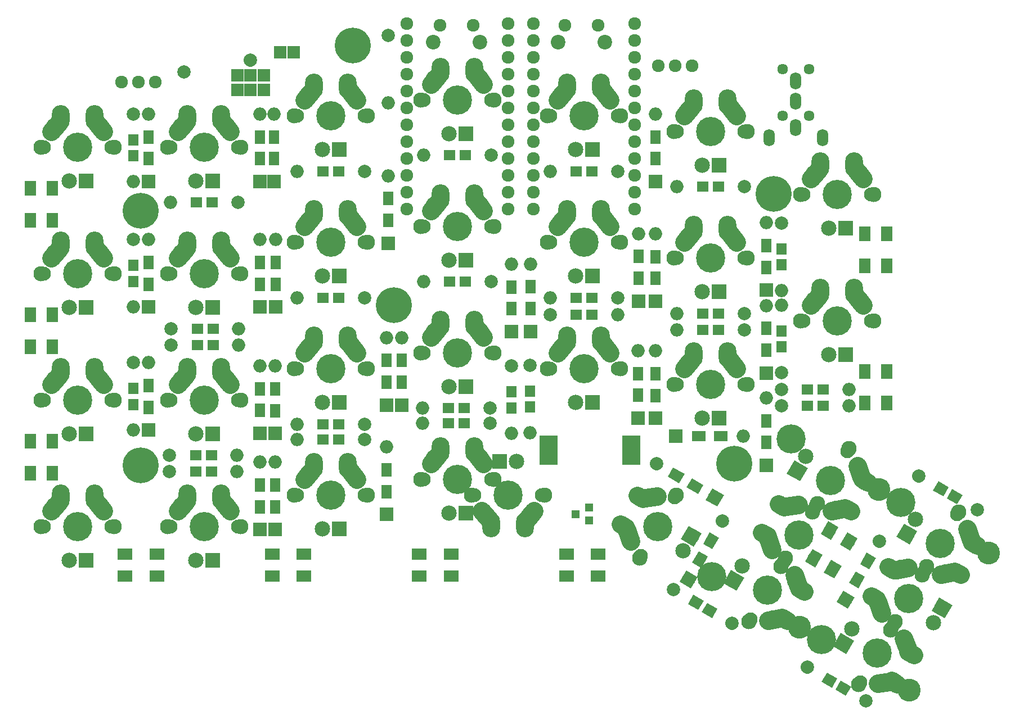
<source format=gbs>
G04 #@! TF.GenerationSoftware,KiCad,Pcbnew,(5.0.0)*
G04 #@! TF.CreationDate,2018-09-16T22:23:12+09:00*
G04 #@! TF.ProjectId,ergodash,6572676F646173682E6B696361645F70,2.0*
G04 #@! TF.SameCoordinates,Original*
G04 #@! TF.FileFunction,Soldermask,Bot*
G04 #@! TF.FilePolarity,Negative*
%FSLAX46Y46*%
G04 Gerber Fmt 4.6, Leading zero omitted, Abs format (unit mm)*
G04 Created by KiCad (PCBNEW (5.0.0)) date 09/16/18 22:23:12*
%MOMM*%
%LPD*%
G01*
G04 APERTURE LIST*
%ADD10C,1.600000*%
%ADD11C,0.100000*%
%ADD12C,2.000000*%
%ADD13C,2.000000*%
%ADD14R,2.000000X1.600000*%
%ADD15O,2.000000X2.000000*%
%ADD16R,2.000000X2.000000*%
%ADD17R,1.600000X2.000000*%
%ADD18R,1.800000X1.600000*%
%ADD19R,1.600000X1.800000*%
%ADD20C,4.387800*%
%ADD21C,3.448000*%
%ADD22R,1.800000X2.200000*%
%ADD23C,1.800000*%
%ADD24R,2.200000X1.800000*%
%ADD25C,2.305000*%
%ADD26R,1.924000X1.924000*%
%ADD27C,4.400000*%
%ADD28C,2.300000*%
%ADD29C,2.800000*%
%ADD30C,2.800000*%
%ADD31C,2.700000*%
%ADD32C,2.700000*%
%ADD33C,2.100000*%
%ADD34O,2.700000X3.737000*%
%ADD35R,1.300000X1.200000*%
%ADD36R,2.305000X2.305000*%
%ADD37C,1.924000*%
%ADD38C,5.400000*%
%ADD39C,2.200000*%
%ADD40R,2.800000X4.400000*%
%ADD41C,1.610000*%
%ADD42O,1.700000X2.600000*%
G04 APERTURE END LIST*
D10*
G04 #@! TO.C,D68*
X204290000Y-142173212D03*
D11*
G36*
X204482820Y-143439237D02*
X203097180Y-142639237D01*
X204097180Y-140907187D01*
X205482820Y-141707187D01*
X204482820Y-143439237D01*
X204482820Y-143439237D01*
G37*
D12*
X207645000Y-136362182D03*
D13*
X207645000Y-136362182D02*
X207645000Y-136362182D01*
D12*
X202565000Y-145161000D03*
D11*
G36*
X202931025Y-146527025D02*
X201198975Y-145527025D01*
X202198975Y-143794975D01*
X203931025Y-144794975D01*
X202931025Y-146527025D01*
X202931025Y-146527025D01*
G37*
D10*
X205920000Y-139349970D03*
D11*
G36*
X206112820Y-140615995D02*
X204727180Y-139815995D01*
X205727180Y-138083945D01*
X207112820Y-138883945D01*
X206112820Y-140615995D01*
X206112820Y-140615995D01*
G37*
G04 #@! TD*
D14*
G04 #@! TO.C,D1*
X180488000Y-120523000D03*
D15*
X187198000Y-120523000D03*
D16*
X177038000Y-120523000D03*
D14*
X183748000Y-120523000D03*
G04 #@! TD*
D10*
G04 #@! TO.C,D34*
X180668000Y-139125212D03*
D11*
G36*
X180860820Y-140391237D02*
X179475180Y-139591237D01*
X180475180Y-137859187D01*
X181860820Y-138659187D01*
X180860820Y-140391237D01*
X180860820Y-140391237D01*
G37*
D12*
X184023000Y-133314182D03*
D13*
X184023000Y-133314182D02*
X184023000Y-133314182D01*
D12*
X178943000Y-142113000D03*
D11*
G36*
X179309025Y-143479025D02*
X177576975Y-142479025D01*
X178576975Y-140746975D01*
X180309025Y-141746975D01*
X179309025Y-143479025D01*
X179309025Y-143479025D01*
G37*
D10*
X182298000Y-136301970D03*
D11*
G36*
X182490820Y-137567995D02*
X181105180Y-136767995D01*
X182105180Y-135035945D01*
X183490820Y-135835945D01*
X182490820Y-137567995D01*
X182490820Y-137567995D01*
G37*
G04 #@! TD*
D10*
G04 #@! TO.C,D33*
X179892212Y-128069000D03*
D11*
G36*
X181158237Y-127876180D02*
X180358237Y-129261820D01*
X178626187Y-128261820D01*
X179426187Y-126876180D01*
X181158237Y-127876180D01*
X181158237Y-127876180D01*
G37*
D12*
X174081182Y-124714000D03*
D13*
X174081182Y-124714000D02*
X174081182Y-124714000D01*
D12*
X182880000Y-129794000D03*
D11*
G36*
X184246025Y-129427975D02*
X183246025Y-131160025D01*
X181513975Y-130160025D01*
X182513975Y-128427975D01*
X184246025Y-129427975D01*
X184246025Y-129427975D01*
G37*
D10*
X177068970Y-126439000D03*
D11*
G36*
X178334995Y-126246180D02*
X177534995Y-127631820D01*
X175802945Y-126631820D01*
X176602945Y-125246180D01*
X178334995Y-126246180D01*
X178334995Y-126246180D01*
G37*
G04 #@! TD*
D17*
G04 #@! TO.C,D32*
X133477000Y-128884000D03*
D15*
X133477000Y-122174000D03*
D16*
X133477000Y-132334000D03*
D17*
X133477000Y-125624000D03*
G04 #@! TD*
G04 #@! TO.C,D31*
X116713000Y-131170000D03*
D15*
X116713000Y-124460000D03*
D16*
X116713000Y-134620000D03*
D17*
X116713000Y-127910000D03*
G04 #@! TD*
G04 #@! TO.C,D30*
X114427000Y-131170000D03*
D15*
X114427000Y-124460000D03*
D16*
X114427000Y-134620000D03*
D17*
X114427000Y-127910000D03*
G04 #@! TD*
G04 #@! TO.C,D29*
X97663000Y-116184000D03*
D15*
X97663000Y-109474000D03*
D16*
X97663000Y-119634000D03*
D17*
X97663000Y-112924000D03*
G04 #@! TD*
G04 #@! TO.C,D28*
X190627000Y-121497000D03*
D15*
X190627000Y-114787000D03*
D16*
X190627000Y-124947000D03*
D17*
X190627000Y-118237000D03*
G04 #@! TD*
G04 #@! TO.C,D27*
X190627000Y-107569000D03*
D15*
X190627000Y-100859000D03*
D16*
X190627000Y-111019000D03*
D17*
X190627000Y-104309000D03*
G04 #@! TD*
G04 #@! TO.C,D26*
X190627000Y-95102000D03*
D15*
X190627000Y-88392000D03*
D16*
X190627000Y-98552000D03*
D17*
X190627000Y-91842000D03*
G04 #@! TD*
G04 #@! TO.C,D24*
X173990000Y-114406000D03*
D15*
X173990000Y-107696000D03*
D16*
X173990000Y-117856000D03*
D17*
X173990000Y-111146000D03*
G04 #@! TD*
G04 #@! TO.C,D23*
X173990000Y-96774000D03*
D15*
X173990000Y-90064000D03*
D16*
X173990000Y-100224000D03*
D17*
X173990000Y-93514000D03*
G04 #@! TD*
G04 #@! TO.C,D22*
X173990000Y-78719000D03*
D15*
X173990000Y-72009000D03*
D16*
X173990000Y-82169000D03*
D17*
X173990000Y-75459000D03*
G04 #@! TD*
G04 #@! TO.C,D20*
X171323000Y-114385000D03*
D15*
X171323000Y-107675000D03*
D16*
X171323000Y-117835000D03*
D17*
X171323000Y-111125000D03*
G04 #@! TD*
G04 #@! TO.C,D15*
X152273000Y-101346000D03*
D15*
X152273000Y-94636000D03*
D16*
X152273000Y-104796000D03*
D17*
X152273000Y-98086000D03*
G04 #@! TD*
G04 #@! TO.C,D14*
X133731000Y-88011000D03*
D15*
X133731000Y-81301000D03*
D16*
X133731000Y-91461000D03*
D17*
X133731000Y-84751000D03*
G04 #@! TD*
G04 #@! TO.C,D12*
X133477000Y-112395000D03*
D15*
X133477000Y-105685000D03*
D16*
X133477000Y-115845000D03*
D17*
X133477000Y-109135000D03*
G04 #@! TD*
G04 #@! TO.C,D11*
X116840000Y-97642000D03*
D15*
X116840000Y-90932000D03*
D16*
X116840000Y-101092000D03*
D17*
X116840000Y-94382000D03*
G04 #@! TD*
G04 #@! TO.C,D10*
X116586000Y-78719000D03*
D15*
X116586000Y-72009000D03*
D16*
X116586000Y-82169000D03*
D17*
X116586000Y-75459000D03*
G04 #@! TD*
G04 #@! TO.C,D8*
X116713000Y-116692000D03*
D15*
X116713000Y-109982000D03*
D16*
X116713000Y-120142000D03*
D17*
X116713000Y-113432000D03*
G04 #@! TD*
G04 #@! TO.C,D7*
X114427000Y-97642000D03*
D15*
X114427000Y-90932000D03*
D16*
X114427000Y-101092000D03*
D17*
X114427000Y-94382000D03*
G04 #@! TD*
G04 #@! TO.C,D6*
X114427000Y-78719000D03*
D15*
X114427000Y-72009000D03*
D16*
X114427000Y-82169000D03*
D17*
X114427000Y-75459000D03*
G04 #@! TD*
G04 #@! TO.C,D4*
X114427000Y-116671000D03*
D15*
X114427000Y-109961000D03*
D16*
X114427000Y-120121000D03*
D17*
X114427000Y-113411000D03*
G04 #@! TD*
G04 #@! TO.C,D3*
X97663000Y-97642000D03*
D15*
X97663000Y-90932000D03*
D16*
X97663000Y-101092000D03*
D17*
X97663000Y-94382000D03*
G04 #@! TD*
G04 #@! TO.C,D2*
X97663000Y-78719000D03*
D15*
X97663000Y-72009000D03*
D16*
X97663000Y-82169000D03*
D17*
X97663000Y-75459000D03*
G04 #@! TD*
G04 #@! TO.C,D16*
X135763000Y-112395000D03*
D15*
X135763000Y-105685000D03*
D16*
X135763000Y-115845000D03*
D17*
X135763000Y-109135000D03*
G04 #@! TD*
G04 #@! TO.C,D18*
X155194000Y-101304000D03*
D15*
X155194000Y-94594000D03*
D16*
X155194000Y-104754000D03*
D17*
X155194000Y-98044000D03*
G04 #@! TD*
G04 #@! TO.C,D19*
X171450000Y-96732000D03*
D15*
X171450000Y-90022000D03*
D16*
X171450000Y-100182000D03*
D17*
X171450000Y-93472000D03*
G04 #@! TD*
D10*
G04 #@! TO.C,R39*
X200126070Y-157304000D03*
D11*
G36*
X201305493Y-157061180D02*
X200505493Y-158446820D01*
X198946647Y-157546820D01*
X199746647Y-156161180D01*
X201305493Y-157061180D01*
X201305493Y-157061180D01*
G37*
D12*
X205582030Y-160454000D03*
X196783212Y-155374000D03*
D13*
X196783212Y-155374000D02*
X196783212Y-155374000D01*
D10*
X202204531Y-158504000D03*
D11*
G36*
X203383954Y-158261180D02*
X202583954Y-159646820D01*
X201025108Y-158746820D01*
X201825108Y-157361180D01*
X203383954Y-158261180D01*
X203383954Y-158261180D01*
G37*
G04 #@! TD*
D18*
G04 #@! TO.C,R38*
X199213000Y-115951000D03*
D12*
X192913000Y-115951000D03*
D15*
X203073000Y-115951000D03*
D18*
X196813000Y-115951000D03*
G04 #@! TD*
D10*
G04 #@! TO.C,R37*
X216890070Y-128475000D03*
D11*
G36*
X218069493Y-128232180D02*
X217269493Y-129617820D01*
X215710647Y-128717820D01*
X216510647Y-127332180D01*
X218069493Y-128232180D01*
X218069493Y-128232180D01*
G37*
D12*
X222346030Y-131625000D03*
X213547212Y-126545000D03*
D13*
X213547212Y-126545000D02*
X213547212Y-126545000D01*
D10*
X218968531Y-129675000D03*
D11*
G36*
X220147954Y-129432180D02*
X219347954Y-130817820D01*
X217789108Y-129917820D01*
X218589108Y-128532180D01*
X220147954Y-129432180D01*
X220147954Y-129432180D01*
G37*
G04 #@! TD*
D18*
G04 #@! TO.C,R14*
X199213000Y-113538000D03*
D12*
X192913000Y-113538000D03*
D15*
X203073000Y-113538000D03*
D18*
X196813000Y-113538000D03*
G04 #@! TD*
G04 #@! TO.C,R36*
X142798000Y-118618000D03*
D12*
X149098000Y-118618000D03*
D15*
X138938000Y-118618000D03*
D18*
X145198000Y-118618000D03*
G04 #@! TD*
G04 #@! TO.C,R35*
X123875000Y-121031000D03*
D12*
X130175000Y-121031000D03*
D15*
X120015000Y-121031000D03*
D18*
X126275000Y-121031000D03*
G04 #@! TD*
G04 #@! TO.C,R34*
X107138000Y-125857000D03*
D12*
X100838000Y-125857000D03*
D15*
X110998000Y-125857000D03*
D18*
X104738000Y-125857000D03*
G04 #@! TD*
G04 #@! TO.C,R33*
X107138000Y-123444000D03*
D12*
X100838000Y-123444000D03*
D15*
X110998000Y-123444000D03*
D18*
X104738000Y-123444000D03*
G04 #@! TD*
D10*
G04 #@! TO.C,R32*
X182112960Y-146787000D03*
D11*
G36*
X180933537Y-147029820D02*
X181733537Y-145644180D01*
X183292383Y-146544180D01*
X182492383Y-147929820D01*
X180933537Y-147029820D01*
X180933537Y-147029820D01*
G37*
D12*
X176657000Y-143637000D03*
X185455818Y-148717000D03*
D13*
X185455818Y-148717000D02*
X185455818Y-148717000D01*
D10*
X180034499Y-145587000D03*
D11*
G36*
X178855076Y-145829820D02*
X179655076Y-144444180D01*
X181213922Y-145344180D01*
X180413922Y-146729820D01*
X178855076Y-145829820D01*
X178855076Y-145829820D01*
G37*
G04 #@! TD*
D18*
G04 #@! TO.C,R31*
X181025000Y-104521000D03*
D12*
X187325000Y-104521000D03*
D15*
X177165000Y-104521000D03*
D18*
X183425000Y-104521000D03*
G04 #@! TD*
G04 #@! TO.C,R30*
X164415000Y-102235000D03*
D12*
X158115000Y-102235000D03*
D15*
X168275000Y-102235000D03*
D18*
X162015000Y-102235000D03*
G04 #@! TD*
G04 #@! TO.C,R29*
X142798000Y-116332000D03*
D12*
X149098000Y-116332000D03*
D15*
X138938000Y-116332000D03*
D18*
X145198000Y-116332000D03*
G04 #@! TD*
G04 #@! TO.C,R28*
X123875000Y-118745000D03*
D12*
X130175000Y-118745000D03*
D15*
X120015000Y-118745000D03*
D18*
X126275000Y-118745000D03*
G04 #@! TD*
D19*
G04 #@! TO.C,R27*
X95377000Y-115753000D03*
D12*
X95377000Y-109453000D03*
D15*
X95377000Y-119613000D03*
D19*
X95377000Y-113353000D03*
G04 #@! TD*
D18*
G04 #@! TO.C,R26*
X107392000Y-106807000D03*
D12*
X101092000Y-106807000D03*
D15*
X111252000Y-106807000D03*
D18*
X104992000Y-106807000D03*
G04 #@! TD*
D19*
G04 #@! TO.C,R25*
X192913000Y-104698000D03*
D12*
X192913000Y-110998000D03*
D15*
X192913000Y-100838000D03*
D19*
X192913000Y-107098000D03*
G04 #@! TD*
D18*
G04 #@! TO.C,R24*
X181025000Y-102108000D03*
D12*
X187325000Y-102108000D03*
D15*
X177165000Y-102108000D03*
D18*
X183425000Y-102108000D03*
G04 #@! TD*
G04 #@! TO.C,R23*
X161975000Y-99695000D03*
D12*
X168275000Y-99695000D03*
D15*
X158115000Y-99695000D03*
D18*
X164375000Y-99695000D03*
G04 #@! TD*
G04 #@! TO.C,R22*
X142925000Y-97282000D03*
D12*
X149225000Y-97282000D03*
D15*
X139065000Y-97282000D03*
D18*
X145325000Y-97282000D03*
G04 #@! TD*
G04 #@! TO.C,R21*
X123875000Y-99695000D03*
D12*
X130175000Y-99695000D03*
D15*
X120015000Y-99695000D03*
D18*
X126275000Y-99695000D03*
G04 #@! TD*
G04 #@! TO.C,R20*
X107392000Y-104394000D03*
D12*
X101092000Y-104394000D03*
D15*
X111252000Y-104394000D03*
D18*
X104992000Y-104394000D03*
G04 #@! TD*
D19*
G04 #@! TO.C,R19*
X95377000Y-97232000D03*
D12*
X95377000Y-90932000D03*
D15*
X95377000Y-101092000D03*
D19*
X95377000Y-94832000D03*
G04 #@! TD*
G04 #@! TO.C,R18*
X192913000Y-94713000D03*
D12*
X192913000Y-88413000D03*
D15*
X192913000Y-98573000D03*
D19*
X192913000Y-92313000D03*
G04 #@! TD*
D18*
G04 #@! TO.C,R16*
X161975000Y-80645000D03*
D12*
X168275000Y-80645000D03*
D15*
X158115000Y-80645000D03*
D18*
X164375000Y-80645000D03*
G04 #@! TD*
G04 #@! TO.C,R15*
X142925000Y-78232000D03*
D12*
X149225000Y-78232000D03*
D15*
X139065000Y-78232000D03*
D18*
X145325000Y-78232000D03*
G04 #@! TD*
G04 #@! TO.C,R12*
X123875000Y-80645000D03*
D12*
X130175000Y-80645000D03*
D15*
X120015000Y-80645000D03*
D18*
X126275000Y-80645000D03*
G04 #@! TD*
G04 #@! TO.C,R11*
X104825000Y-85344000D03*
D12*
X111125000Y-85344000D03*
D15*
X100965000Y-85344000D03*
D18*
X107225000Y-85344000D03*
G04 #@! TD*
D19*
G04 #@! TO.C,R10*
X95377000Y-78309000D03*
D12*
X95377000Y-72009000D03*
D15*
X95377000Y-82169000D03*
D19*
X95377000Y-75909000D03*
G04 #@! TD*
G04 #@! TO.C,R13*
X152273000Y-116261000D03*
D12*
X152273000Y-109961000D03*
D15*
X152273000Y-120121000D03*
D19*
X152273000Y-113861000D03*
G04 #@! TD*
D18*
G04 #@! TO.C,R17*
X181025000Y-82931000D03*
D12*
X187325000Y-82931000D03*
D15*
X177165000Y-82931000D03*
D18*
X183425000Y-82931000D03*
G04 #@! TD*
D19*
G04 #@! TO.C,R3*
X155067000Y-116155000D03*
D12*
X155067000Y-109855000D03*
D15*
X155067000Y-120015000D03*
D19*
X155067000Y-113755000D03*
G04 #@! TD*
D20*
G04 #@! TO.C,*
X182434460Y-141662361D03*
X194372460Y-120985139D03*
D21*
X195632687Y-149282361D03*
X207570687Y-128605139D03*
G04 #@! TD*
D22*
G04 #@! TO.C,LED11*
X205487000Y-90056000D03*
X208787000Y-90056000D03*
X208787000Y-94856000D03*
X205487000Y-94856000D03*
G04 #@! TD*
G04 #@! TO.C,LED10*
X205487000Y-110757000D03*
X208787000Y-110757000D03*
X208787000Y-115557000D03*
X205487000Y-115557000D03*
G04 #@! TD*
D23*
G04 #@! TO.C,LED9*
X200177058Y-134764539D03*
D11*
G36*
X201506481Y-134261911D02*
X200406481Y-136167167D01*
X198847635Y-135267167D01*
X199947635Y-133361911D01*
X201506481Y-134261911D01*
X201506481Y-134261911D01*
G37*
D23*
X203034942Y-136414539D03*
D11*
G36*
X204364365Y-135911911D02*
X203264365Y-137817167D01*
X201705519Y-136917167D01*
X202805519Y-135011911D01*
X204364365Y-135911911D01*
X204364365Y-135911911D01*
G37*
D23*
X200634942Y-140571461D03*
D11*
G36*
X201964365Y-140068833D02*
X200864365Y-141974089D01*
X199305519Y-141074089D01*
X200405519Y-139168833D01*
X201964365Y-140068833D01*
X201964365Y-140068833D01*
G37*
D23*
X197777058Y-138921461D03*
D11*
G36*
X199106481Y-138418833D02*
X198006481Y-140324089D01*
X196447635Y-139424089D01*
X197547635Y-137518833D01*
X199106481Y-138418833D01*
X199106481Y-138418833D01*
G37*
G04 #@! TD*
D24*
G04 #@! TO.C,LED8*
X165341000Y-138304000D03*
X165341000Y-141604000D03*
X160541000Y-141604000D03*
X160541000Y-138304000D03*
G04 #@! TD*
G04 #@! TO.C,LED7*
X143200667Y-138304000D03*
X143200667Y-141604000D03*
X138400667Y-141604000D03*
X138400667Y-138304000D03*
G04 #@! TD*
G04 #@! TO.C,LED6*
X121060333Y-138304000D03*
X121060333Y-141604000D03*
X116260333Y-141604000D03*
X116260333Y-138304000D03*
G04 #@! TD*
G04 #@! TO.C,LED5*
X98920000Y-138304000D03*
X98920000Y-141604000D03*
X94120000Y-141604000D03*
X94120000Y-138304000D03*
G04 #@! TD*
D22*
G04 #@! TO.C,LED4*
X83184000Y-126098000D03*
X79884000Y-126098000D03*
X79884000Y-121298000D03*
X83184000Y-121298000D03*
G04 #@! TD*
G04 #@! TO.C,LED3*
X83184000Y-107048000D03*
X79884000Y-107048000D03*
X79884000Y-102248000D03*
X83184000Y-102248000D03*
G04 #@! TD*
G04 #@! TO.C,LED2*
X83184000Y-87998000D03*
X79884000Y-87998000D03*
X79884000Y-83198000D03*
X83184000Y-83198000D03*
G04 #@! TD*
D25*
G04 #@! TO.C,D73*
X215814909Y-148616152D03*
X217084909Y-146416448D03*
D11*
G36*
X217506753Y-147990792D02*
X215510565Y-146838292D01*
X216663065Y-144842104D01*
X218659253Y-145994604D01*
X217506753Y-147990792D01*
X217506753Y-147990792D01*
G37*
G04 #@! TD*
D25*
G04 #@! TO.C,D72*
X203523591Y-149585498D03*
X202253591Y-151785202D03*
D11*
G36*
X201831747Y-150210858D02*
X203827935Y-151363358D01*
X202675435Y-153359546D01*
X200679247Y-152207046D01*
X201831747Y-150210858D01*
X201831747Y-150210858D01*
G37*
G04 #@! TD*
D25*
G04 #@! TO.C,D71*
X187025591Y-140060448D03*
X185755591Y-142260152D03*
D11*
G36*
X185333747Y-140685808D02*
X187329935Y-141838308D01*
X186177435Y-143834496D01*
X184181247Y-142681996D01*
X185333747Y-140685808D01*
X185333747Y-140685808D01*
G37*
G04 #@! TD*
D25*
G04 #@! TO.C,D70*
X213048591Y-133087498D03*
X211778591Y-135287202D03*
D11*
G36*
X211356747Y-133712858D02*
X213352935Y-134865358D01*
X212200435Y-136861546D01*
X210204247Y-135709046D01*
X211356747Y-133712858D01*
X211356747Y-133712858D01*
G37*
G04 #@! TD*
D25*
G04 #@! TO.C,D69*
X196550591Y-123562448D03*
X195280591Y-125762152D03*
D11*
G36*
X194858747Y-124187808D02*
X196854935Y-125340308D01*
X195702435Y-127336496D01*
X193706247Y-126183996D01*
X194858747Y-124187808D01*
X194858747Y-124187808D01*
G37*
G04 #@! TD*
D26*
G04 #@! TO.C,J5*
X115030000Y-68368000D03*
X113030000Y-68368000D03*
X111030000Y-68368000D03*
G04 #@! TD*
G04 #@! TO.C,J4*
X115030000Y-66209000D03*
X113030000Y-66209000D03*
X111030000Y-66209000D03*
G04 #@! TD*
D27*
G04 #@! TO.C,SW41*
X207288000Y-153225350D03*
D28*
X210038000Y-148462210D03*
X204538000Y-157988490D03*
D29*
X211632119Y-151853578D03*
D30*
X211324301Y-151007855D02*
X211939937Y-152699301D01*
D29*
X208272070Y-157673353D03*
D30*
X209158397Y-157517070D02*
X207385743Y-157829636D01*
D31*
X209925114Y-157657734D03*
D32*
X210374148Y-157916984D02*
X209476080Y-157398484D01*
D31*
X212445114Y-153292966D03*
D32*
X212894148Y-153552216D02*
X211996080Y-153033716D01*
D33*
X204748000Y-157624759D03*
X209828000Y-148825941D03*
G04 #@! TD*
D27*
G04 #@! TO.C,SW40*
X212050500Y-144976300D03*
D28*
X209300500Y-149739440D03*
X214800500Y-140213160D03*
D29*
X207706381Y-146348072D03*
D30*
X208014199Y-147193795D02*
X207398563Y-145502349D01*
D29*
X211066430Y-140528297D03*
D30*
X210180103Y-140684580D02*
X211952757Y-140372014D01*
D31*
X209413386Y-140543916D03*
D32*
X208964352Y-140284666D02*
X209862420Y-140803166D01*
D31*
X206893386Y-144908684D03*
D32*
X206444352Y-144649434D02*
X207342420Y-145167934D01*
D33*
X214590500Y-140576891D03*
X209510500Y-149375709D03*
G04 #@! TD*
D27*
G04 #@! TO.C,SW39*
X216813000Y-136727350D03*
D28*
X219563000Y-131964210D03*
X214063000Y-141490490D03*
D29*
X221157119Y-135355578D03*
D30*
X220849301Y-134509855D02*
X221464937Y-136201301D01*
D29*
X217797070Y-141175353D03*
D30*
X218683397Y-141019070D02*
X216910743Y-141331636D01*
D31*
X219450114Y-141159734D03*
D32*
X219899148Y-141418984D02*
X219001080Y-140900484D01*
D31*
X221970114Y-136794966D03*
D32*
X222419148Y-137054216D02*
X221521080Y-136535716D01*
D33*
X214273000Y-141126759D03*
X219353000Y-132327941D03*
G04 #@! TD*
D27*
G04 #@! TO.C,SW36*
X195552500Y-135451250D03*
D28*
X192802500Y-140214390D03*
X198302500Y-130688110D03*
D29*
X191208381Y-136823022D03*
D30*
X191516199Y-137668745D02*
X190900563Y-135977299D01*
D29*
X194568430Y-131003247D03*
D30*
X193682103Y-131159530D02*
X195454757Y-130846964D01*
D31*
X192915386Y-131018866D03*
D32*
X192466352Y-130759616D02*
X193364420Y-131278116D01*
D31*
X190395386Y-135383634D03*
D32*
X189946352Y-135124384D02*
X190844420Y-135642884D01*
D33*
X198092500Y-131051841D03*
X193012500Y-139850659D03*
G04 #@! TD*
D27*
G04 #@! TO.C,SW35*
X190790000Y-143700300D03*
D28*
X193540000Y-138937160D03*
X188040000Y-148463440D03*
D29*
X195134119Y-142328528D03*
D30*
X194826301Y-141482805D02*
X195441937Y-143174251D01*
D29*
X191774070Y-148148303D03*
D30*
X192660397Y-147992020D02*
X190887743Y-148304586D01*
D31*
X193427114Y-148132684D03*
D32*
X193876148Y-148391934D02*
X192978080Y-147873434D01*
D31*
X195947114Y-143767916D03*
D32*
X196396148Y-144027166D02*
X195498080Y-143508666D01*
D33*
X188250000Y-148099709D03*
X193330000Y-139300891D03*
G04 #@! TD*
D27*
G04 #@! TO.C,SW32*
X125095000Y-129413000D03*
D28*
X130595000Y-129413000D03*
X119595000Y-129413000D03*
D29*
X128455049Y-126336769D03*
D30*
X129033558Y-127026209D02*
X127876540Y-125647329D01*
D29*
X121734951Y-126336769D03*
D30*
X122313460Y-125647329D02*
X121156442Y-127026209D01*
D34*
X122575000Y-124913000D03*
X127615000Y-124913000D03*
D33*
X120015000Y-129413000D03*
X130175000Y-129413000D03*
G04 #@! TD*
D27*
G04 #@! TO.C,SW31*
X106045000Y-134175500D03*
D28*
X100545000Y-134175500D03*
X111545000Y-134175500D03*
D29*
X102684951Y-131099269D03*
D30*
X102106442Y-131788709D02*
X103263460Y-130409829D01*
D29*
X109405049Y-131099269D03*
D30*
X108826540Y-130409829D02*
X109983558Y-131788709D01*
D34*
X108565000Y-129675500D03*
X103525000Y-129675500D03*
D33*
X111125000Y-134175500D03*
X100965000Y-134175500D03*
G04 #@! TD*
D27*
G04 #@! TO.C,SW30*
X86995000Y-134175500D03*
D28*
X92495000Y-134175500D03*
X81495000Y-134175500D03*
D29*
X90355049Y-131099269D03*
D30*
X90933558Y-131788709D02*
X89776540Y-130409829D01*
D29*
X83634951Y-131099269D03*
D30*
X84213460Y-130409829D02*
X83056442Y-131788709D01*
D34*
X84475000Y-129675500D03*
X89515000Y-129675500D03*
D33*
X81915000Y-134175500D03*
X92075000Y-134175500D03*
G04 #@! TD*
D27*
G04 #@! TO.C,SW28*
X200315000Y-127202300D03*
D28*
X203065000Y-122439160D03*
X197565000Y-131965440D03*
D29*
X204659119Y-125830528D03*
D30*
X204351301Y-124984805D02*
X204966937Y-126676251D01*
D29*
X201299070Y-131650303D03*
D30*
X202185397Y-131494020D02*
X200412743Y-131806586D01*
D31*
X202952114Y-131634684D03*
D32*
X203401148Y-131893934D02*
X202503080Y-131375434D01*
D31*
X205472114Y-127269916D03*
D32*
X205921148Y-127529166D02*
X205023080Y-127010666D01*
D33*
X197775000Y-131601709D03*
X202855000Y-122802891D03*
G04 #@! TD*
D27*
G04 #@! TO.C,SW26*
X201295000Y-84169250D03*
D28*
X195795000Y-84169250D03*
X206795000Y-84169250D03*
D29*
X197934951Y-81093019D03*
D30*
X197356442Y-81782459D02*
X198513460Y-80403579D01*
D29*
X204655049Y-81093019D03*
D30*
X204076540Y-80403579D02*
X205233558Y-81782459D01*
D34*
X203815000Y-79669250D03*
X198775000Y-79669250D03*
D33*
X206375000Y-84169250D03*
X196215000Y-84169250D03*
G04 #@! TD*
D27*
G04 #@! TO.C,SW24*
X182245000Y-112744250D03*
D28*
X187745000Y-112744250D03*
X176745000Y-112744250D03*
D29*
X185605049Y-109668019D03*
D30*
X186183558Y-110357459D02*
X185026540Y-108978579D01*
D29*
X178884951Y-109668019D03*
D30*
X179463460Y-108978579D02*
X178306442Y-110357459D01*
D34*
X179725000Y-108244250D03*
X184765000Y-108244250D03*
D33*
X177165000Y-112744250D03*
X187325000Y-112744250D03*
G04 #@! TD*
D27*
G04 #@! TO.C,SW22*
X182245000Y-74644250D03*
D28*
X187745000Y-74644250D03*
X176745000Y-74644250D03*
D29*
X185605049Y-71568019D03*
D30*
X186183558Y-72257459D02*
X185026540Y-70878579D01*
D29*
X178884951Y-71568019D03*
D30*
X179463460Y-70878579D02*
X178306442Y-72257459D01*
D34*
X179725000Y-70144250D03*
X184765000Y-70144250D03*
D33*
X177165000Y-74644250D03*
X187325000Y-74644250D03*
G04 #@! TD*
D27*
G04 #@! TO.C,SW20*
X163195000Y-110363000D03*
D28*
X157695000Y-110363000D03*
X168695000Y-110363000D03*
D29*
X159834951Y-107286769D03*
D30*
X159256442Y-107976209D02*
X160413460Y-106597329D01*
D29*
X166555049Y-107286769D03*
D30*
X165976540Y-106597329D02*
X167133558Y-107976209D01*
D34*
X165715000Y-105863000D03*
X160675000Y-105863000D03*
D33*
X168275000Y-110363000D03*
X158115000Y-110363000D03*
G04 #@! TD*
D27*
G04 #@! TO.C,SW18*
X163195000Y-72263000D03*
D28*
X157695000Y-72263000D03*
X168695000Y-72263000D03*
D29*
X159834951Y-69186769D03*
D30*
X159256442Y-69876209D02*
X160413460Y-68497329D01*
D29*
X166555049Y-69186769D03*
D30*
X165976540Y-68497329D02*
X167133558Y-69876209D01*
D34*
X165715000Y-67763000D03*
X160675000Y-67763000D03*
D33*
X168275000Y-72263000D03*
X158115000Y-72263000D03*
G04 #@! TD*
D27*
G04 #@! TO.C,SW16*
X144145000Y-107981750D03*
D28*
X138645000Y-107981750D03*
X149645000Y-107981750D03*
D29*
X140784951Y-104905519D03*
D30*
X140206442Y-105594959D02*
X141363460Y-104216079D01*
D29*
X147505049Y-104905519D03*
D30*
X146926540Y-104216079D02*
X148083558Y-105594959D01*
D34*
X146665000Y-103481750D03*
X141625000Y-103481750D03*
D33*
X149225000Y-107981750D03*
X139065000Y-107981750D03*
G04 #@! TD*
D27*
G04 #@! TO.C,SW14*
X144145000Y-69881750D03*
D28*
X138645000Y-69881750D03*
X149645000Y-69881750D03*
D29*
X140784951Y-66805519D03*
D30*
X140206442Y-67494959D02*
X141363460Y-66116079D01*
D29*
X147505049Y-66805519D03*
D30*
X146926540Y-66116079D02*
X148083558Y-67494959D01*
D34*
X146665000Y-65381750D03*
X141625000Y-65381750D03*
D33*
X149225000Y-69881750D03*
X139065000Y-69881750D03*
G04 #@! TD*
D27*
G04 #@! TO.C,SW8*
X106045000Y-115125500D03*
D28*
X100545000Y-115125500D03*
X111545000Y-115125500D03*
D29*
X102684951Y-112049269D03*
D30*
X102106442Y-112738709D02*
X103263460Y-111359829D01*
D29*
X109405049Y-112049269D03*
D30*
X108826540Y-111359829D02*
X109983558Y-112738709D01*
D34*
X108565000Y-110625500D03*
X103525000Y-110625500D03*
D33*
X111125000Y-115125500D03*
X100965000Y-115125500D03*
G04 #@! TD*
D27*
G04 #@! TO.C,SW7*
X106045000Y-96075500D03*
D28*
X100545000Y-96075500D03*
X111545000Y-96075500D03*
D29*
X102684951Y-92999269D03*
D30*
X102106442Y-93688709D02*
X103263460Y-92309829D01*
D29*
X109405049Y-92999269D03*
D30*
X108826540Y-92309829D02*
X109983558Y-93688709D01*
D34*
X108565000Y-91575500D03*
X103525000Y-91575500D03*
D33*
X111125000Y-96075500D03*
X100965000Y-96075500D03*
G04 #@! TD*
D27*
G04 #@! TO.C,SW6*
X106045000Y-77025500D03*
D28*
X100545000Y-77025500D03*
X111545000Y-77025500D03*
D29*
X102684951Y-73949269D03*
D30*
X102106442Y-74638709D02*
X103263460Y-73259829D01*
D29*
X109405049Y-73949269D03*
D30*
X108826540Y-73259829D02*
X109983558Y-74638709D01*
D34*
X108565000Y-72525500D03*
X103525000Y-72525500D03*
D33*
X111125000Y-77025500D03*
X100965000Y-77025500D03*
G04 #@! TD*
D27*
G04 #@! TO.C,SW3*
X86995000Y-96075500D03*
D28*
X92495000Y-96075500D03*
X81495000Y-96075500D03*
D29*
X90355049Y-92999269D03*
D30*
X90933558Y-93688709D02*
X89776540Y-92309829D01*
D29*
X83634951Y-92999269D03*
D30*
X84213460Y-92309829D02*
X83056442Y-93688709D01*
D34*
X84475000Y-91575500D03*
X89515000Y-91575500D03*
D33*
X81915000Y-96075500D03*
X92075000Y-96075500D03*
G04 #@! TD*
D35*
G04 #@! TO.C,Q1*
X163957000Y-133223000D03*
X163957000Y-131323000D03*
X161957000Y-132273000D03*
G04 #@! TD*
D25*
G04 #@! TO.C,D67*
X153035000Y-124333000D03*
D36*
X150495000Y-124333000D03*
G04 #@! TD*
D37*
G04 #@! TO.C,U3*
X136525000Y-58420000D03*
X136525000Y-60960000D03*
X136525000Y-63500000D03*
X136525000Y-66040000D03*
X136525000Y-68580000D03*
X136525000Y-71120000D03*
X136525000Y-73660000D03*
X136525000Y-76200000D03*
X136525000Y-78740000D03*
X136525000Y-81280000D03*
X136525000Y-83820000D03*
X136525000Y-86360000D03*
X151765000Y-86360000D03*
X151765000Y-83820000D03*
X151765000Y-81280000D03*
X151765000Y-78740000D03*
X151765000Y-76200000D03*
X151765000Y-73660000D03*
X151765000Y-71120000D03*
X151765000Y-68580000D03*
X151765000Y-66040000D03*
X151765000Y-63500000D03*
X151765000Y-60960000D03*
X151765000Y-58420000D03*
G04 #@! TD*
D25*
G04 #@! TO.C,D66*
X142875000Y-132111750D03*
D36*
X145415000Y-132111750D03*
G04 #@! TD*
D25*
G04 #@! TO.C,D65*
X123825000Y-134493000D03*
D36*
X126365000Y-134493000D03*
G04 #@! TD*
D25*
G04 #@! TO.C,D64*
X104775000Y-139255500D03*
D36*
X107315000Y-139255500D03*
G04 #@! TD*
D25*
G04 #@! TO.C,D63*
X85725000Y-139255500D03*
D36*
X88265000Y-139255500D03*
G04 #@! TD*
D25*
G04 #@! TO.C,D62*
X178056409Y-137815102D03*
X179326409Y-135615398D03*
D11*
G36*
X179748253Y-137189742D02*
X177752065Y-136037242D01*
X178904565Y-134041054D01*
X180900753Y-135193554D01*
X179748253Y-137189742D01*
X179748253Y-137189742D01*
G37*
G04 #@! TD*
D25*
G04 #@! TO.C,D61*
X180975000Y-117824250D03*
D36*
X183515000Y-117824250D03*
G04 #@! TD*
D25*
G04 #@! TO.C,D60*
X161925000Y-115443000D03*
D36*
X164465000Y-115443000D03*
G04 #@! TD*
D25*
G04 #@! TO.C,D59*
X142875000Y-113061750D03*
D36*
X145415000Y-113061750D03*
G04 #@! TD*
D25*
G04 #@! TO.C,D58*
X123825000Y-115443000D03*
D36*
X126365000Y-115443000D03*
G04 #@! TD*
D25*
G04 #@! TO.C,D57*
X104775000Y-120205500D03*
D36*
X107315000Y-120205500D03*
G04 #@! TD*
D25*
G04 #@! TO.C,D56*
X85725000Y-120205500D03*
D36*
X88265000Y-120205500D03*
G04 #@! TD*
D25*
G04 #@! TO.C,D55*
X200025000Y-108299250D03*
D36*
X202565000Y-108299250D03*
G04 #@! TD*
D25*
G04 #@! TO.C,D54*
X180975000Y-98774250D03*
D36*
X183515000Y-98774250D03*
G04 #@! TD*
D25*
G04 #@! TO.C,D53*
X161925000Y-96393000D03*
D36*
X164465000Y-96393000D03*
G04 #@! TD*
D25*
G04 #@! TO.C,D52*
X142875000Y-94011750D03*
D36*
X145415000Y-94011750D03*
G04 #@! TD*
D25*
G04 #@! TO.C,D51*
X123825000Y-96393000D03*
D36*
X126365000Y-96393000D03*
G04 #@! TD*
D25*
G04 #@! TO.C,D50*
X104775000Y-101155500D03*
D36*
X107315000Y-101155500D03*
G04 #@! TD*
D25*
G04 #@! TO.C,D49*
X85725000Y-101155500D03*
D36*
X88265000Y-101155500D03*
G04 #@! TD*
D25*
G04 #@! TO.C,D48*
X200025000Y-89249250D03*
D36*
X202565000Y-89249250D03*
G04 #@! TD*
D25*
G04 #@! TO.C,D47*
X180975000Y-79724250D03*
D36*
X183515000Y-79724250D03*
G04 #@! TD*
D25*
G04 #@! TO.C,D46*
X161925000Y-77343000D03*
D36*
X164465000Y-77343000D03*
G04 #@! TD*
D25*
G04 #@! TO.C,D45*
X142875000Y-74961750D03*
D36*
X145415000Y-74961750D03*
G04 #@! TD*
D25*
G04 #@! TO.C,D44*
X123825000Y-77343000D03*
D36*
X126365000Y-77343000D03*
G04 #@! TD*
D25*
G04 #@! TO.C,D43*
X104775000Y-82105500D03*
D36*
X107315000Y-82105500D03*
G04 #@! TD*
D25*
G04 #@! TO.C,D42*
X85725000Y-82105500D03*
D36*
X88265000Y-82105500D03*
G04 #@! TD*
D38*
G04 #@! TO.C,U9*
X128397000Y-61722000D03*
G04 #@! TD*
D37*
G04 #@! TO.C,J3*
X176911000Y-64770000D03*
X174411000Y-64770000D03*
X179411000Y-64770000D03*
G04 #@! TD*
G04 #@! TO.C,J2*
X96139000Y-67183000D03*
X93639000Y-67183000D03*
X98639000Y-67183000D03*
G04 #@! TD*
D26*
G04 #@! TO.C,W1*
X119491000Y-62738000D03*
X117491000Y-62738000D03*
G04 #@! TD*
D38*
G04 #@! TO.C,U7*
X96520000Y-124968000D03*
G04 #@! TD*
G04 #@! TO.C,U5*
X96520000Y-86614000D03*
G04 #@! TD*
G04 #@! TO.C,U4*
X185801000Y-124714000D03*
G04 #@! TD*
G04 #@! TO.C,U2*
X191770000Y-84074000D03*
G04 #@! TD*
G04 #@! TO.C,U1*
X134620000Y-100838000D03*
G04 #@! TD*
D27*
G04 #@! TO.C,SW4*
X86995000Y-115125500D03*
D28*
X92495000Y-115125500D03*
X81495000Y-115125500D03*
D29*
X90355049Y-112049269D03*
D30*
X90933558Y-112738709D02*
X89776540Y-111359829D01*
D29*
X83634951Y-112049269D03*
D30*
X84213460Y-111359829D02*
X83056442Y-112738709D01*
D34*
X84475000Y-110625500D03*
X89515000Y-110625500D03*
D33*
X81915000Y-115125500D03*
X92075000Y-115125500D03*
G04 #@! TD*
D27*
G04 #@! TO.C,SW11*
X125095000Y-91313000D03*
D28*
X119595000Y-91313000D03*
X130595000Y-91313000D03*
D29*
X121734951Y-88236769D03*
D30*
X121156442Y-88926209D02*
X122313460Y-87547329D01*
D29*
X128455049Y-88236769D03*
D30*
X127876540Y-87547329D02*
X129033558Y-88926209D01*
D34*
X127615000Y-86813000D03*
X122575000Y-86813000D03*
D33*
X130175000Y-91313000D03*
X120015000Y-91313000D03*
G04 #@! TD*
D27*
G04 #@! TO.C,SW12*
X125095000Y-110363000D03*
D28*
X119595000Y-110363000D03*
X130595000Y-110363000D03*
D29*
X121734951Y-107286769D03*
D30*
X121156442Y-107976209D02*
X122313460Y-106597329D01*
D29*
X128455049Y-107286769D03*
D30*
X127876540Y-106597329D02*
X129033558Y-107976209D01*
D34*
X127615000Y-105863000D03*
X122575000Y-105863000D03*
D33*
X130175000Y-110363000D03*
X120015000Y-110363000D03*
G04 #@! TD*
D27*
G04 #@! TO.C,SW33*
X144145000Y-127031750D03*
D28*
X149645000Y-127031750D03*
X138645000Y-127031750D03*
D29*
X147505049Y-123955519D03*
D30*
X148083558Y-124644959D02*
X146926540Y-123266079D01*
D29*
X140784951Y-123955519D03*
D30*
X141363460Y-123266079D02*
X140206442Y-124644959D01*
D34*
X141625000Y-122531750D03*
X146665000Y-122531750D03*
D33*
X139065000Y-127031750D03*
X149225000Y-127031750D03*
G04 #@! TD*
D39*
G04 #@! TO.C,SW37*
X140518000Y-61174000D03*
X147518000Y-61174000D03*
D37*
X141518000Y-58674000D03*
X146518000Y-58674000D03*
G04 #@! TD*
D39*
G04 #@! TO.C,SW29*
X166314000Y-61174000D03*
X159314000Y-61174000D03*
D37*
X165314000Y-58674000D03*
X160314000Y-58674000D03*
G04 #@! TD*
D27*
G04 #@! TO.C,SW38*
X151765000Y-129413000D03*
D28*
X157265000Y-129413000D03*
X146265000Y-129413000D03*
D29*
X155125049Y-132489231D03*
D30*
X155703558Y-131799791D02*
X154546540Y-133178671D01*
D29*
X148404951Y-132489231D03*
D30*
X148983460Y-133178671D02*
X147826442Y-131799791D01*
D34*
X149245000Y-133913000D03*
X154285000Y-133913000D03*
D33*
X146685000Y-129413000D03*
X156845000Y-129413000D03*
G04 #@! TD*
D27*
G04 #@! TO.C,SW34*
X174292000Y-134175250D03*
D28*
X171542000Y-138938390D03*
X177042000Y-129412110D03*
D29*
X169947881Y-135547022D03*
D30*
X170255699Y-136392745D02*
X169640063Y-134701299D01*
D29*
X173307930Y-129727247D03*
D30*
X172421603Y-129883530D02*
X174194257Y-129570964D01*
D31*
X171654886Y-129742866D03*
D32*
X171205852Y-129483616D02*
X172103920Y-130002116D01*
D31*
X169134886Y-134107634D03*
D32*
X168685852Y-133848384D02*
X169583920Y-134366884D01*
D33*
X176832000Y-129775841D03*
X171752000Y-138574659D03*
G04 #@! TD*
D12*
G04 #@! TO.C,R1*
X113002647Y-63894735D03*
D13*
X113002647Y-63894735D02*
X113002647Y-63894735D01*
D12*
X102997000Y-65659000D03*
G04 #@! TD*
D15*
G04 #@! TO.C,R2*
X133731000Y-70358000D03*
D12*
X133731000Y-60198000D03*
G04 #@! TD*
D27*
G04 #@! TO.C,SW10*
X125095000Y-72263000D03*
D28*
X130595000Y-72263000D03*
X119595000Y-72263000D03*
D29*
X128455049Y-69186769D03*
D30*
X129033558Y-69876209D02*
X127876540Y-68497329D01*
D29*
X121734951Y-69186769D03*
D30*
X122313460Y-68497329D02*
X121156442Y-69876209D01*
D34*
X122575000Y-67763000D03*
X127615000Y-67763000D03*
D33*
X120015000Y-72263000D03*
X130175000Y-72263000D03*
G04 #@! TD*
D27*
G04 #@! TO.C,SW15*
X144145000Y-88931750D03*
D28*
X138645000Y-88931750D03*
X149645000Y-88931750D03*
D29*
X140784951Y-85855519D03*
D30*
X140206442Y-86544959D02*
X141363460Y-85166079D01*
D29*
X147505049Y-85855519D03*
D30*
X146926540Y-85166079D02*
X148083558Y-86544959D01*
D34*
X146665000Y-84431750D03*
X141625000Y-84431750D03*
D33*
X149225000Y-88931750D03*
X139065000Y-88931750D03*
G04 #@! TD*
D27*
G04 #@! TO.C,SW19*
X163195000Y-91313000D03*
D28*
X157695000Y-91313000D03*
X168695000Y-91313000D03*
D29*
X159834951Y-88236769D03*
D30*
X159256442Y-88926209D02*
X160413460Y-87547329D01*
D29*
X166555049Y-88236769D03*
D30*
X165976540Y-87547329D02*
X167133558Y-88926209D01*
D34*
X165715000Y-86813000D03*
X160675000Y-86813000D03*
D33*
X168275000Y-91313000D03*
X158115000Y-91313000D03*
G04 #@! TD*
D27*
G04 #@! TO.C,SW27*
X201295000Y-103219250D03*
D28*
X195795000Y-103219250D03*
X206795000Y-103219250D03*
D29*
X197934951Y-100143019D03*
D30*
X197356442Y-100832459D02*
X198513460Y-99453579D01*
D29*
X204655049Y-100143019D03*
D30*
X204076540Y-99453579D02*
X205233558Y-100832459D01*
D34*
X203815000Y-98719250D03*
X198775000Y-98719250D03*
D33*
X206375000Y-103219250D03*
X196215000Y-103219250D03*
G04 #@! TD*
D27*
G04 #@! TO.C,SW23*
X182245000Y-93694250D03*
D28*
X187745000Y-93694250D03*
X176745000Y-93694250D03*
D29*
X185605049Y-90618019D03*
D30*
X186183558Y-91307459D02*
X185026540Y-89928579D01*
D29*
X178884951Y-90618019D03*
D30*
X179463460Y-89928579D02*
X178306442Y-91307459D01*
D34*
X179725000Y-89194250D03*
X184765000Y-89194250D03*
D33*
X177165000Y-93694250D03*
X187325000Y-93694250D03*
G04 #@! TD*
D37*
G04 #@! TO.C,U6*
X170815000Y-58420000D03*
X170815000Y-60960000D03*
X170815000Y-63500000D03*
X170815000Y-66040000D03*
X170815000Y-68580000D03*
X170815000Y-71120000D03*
X170815000Y-73660000D03*
X170815000Y-76200000D03*
X170815000Y-78740000D03*
X170815000Y-81280000D03*
X170815000Y-83820000D03*
X170815000Y-86360000D03*
X155575000Y-86360000D03*
X155575000Y-83820000D03*
X155575000Y-81280000D03*
X155575000Y-78740000D03*
X155575000Y-76200000D03*
X155575000Y-73660000D03*
X155575000Y-71120000D03*
X155575000Y-68580000D03*
X155575000Y-66040000D03*
X155575000Y-63500000D03*
X155575000Y-60960000D03*
X155575000Y-58420000D03*
G04 #@! TD*
D40*
G04 #@! TO.C,M1*
X157884000Y-122682000D03*
X170284000Y-122682000D03*
G04 #@! TD*
D21*
G04 #@! TO.C,*
X224068687Y-138130189D03*
X212130687Y-158807411D03*
D20*
X210870460Y-130510189D03*
X198932460Y-151187411D03*
G04 #@! TD*
D27*
G04 #@! TO.C,SW2*
X86995000Y-77025500D03*
D28*
X92495000Y-77025500D03*
X81495000Y-77025500D03*
D29*
X90355049Y-73949269D03*
D30*
X90933558Y-74638709D02*
X89776540Y-73259829D01*
D29*
X83634951Y-73949269D03*
D30*
X84213460Y-73259829D02*
X83056442Y-74638709D01*
D34*
X84475000Y-72525500D03*
X89515000Y-72525500D03*
D33*
X81915000Y-77025500D03*
X92075000Y-77025500D03*
G04 #@! TD*
D41*
G04 #@! TO.C,J1*
X197072000Y-72254000D03*
X193072000Y-72254000D03*
D42*
X195072000Y-67054000D03*
X199072000Y-75554000D03*
X195072000Y-74054000D03*
X191072000Y-75554000D03*
X195072000Y-70054000D03*
D41*
X193072000Y-65254000D03*
X197072000Y-65254000D03*
G04 #@! TD*
M02*

</source>
